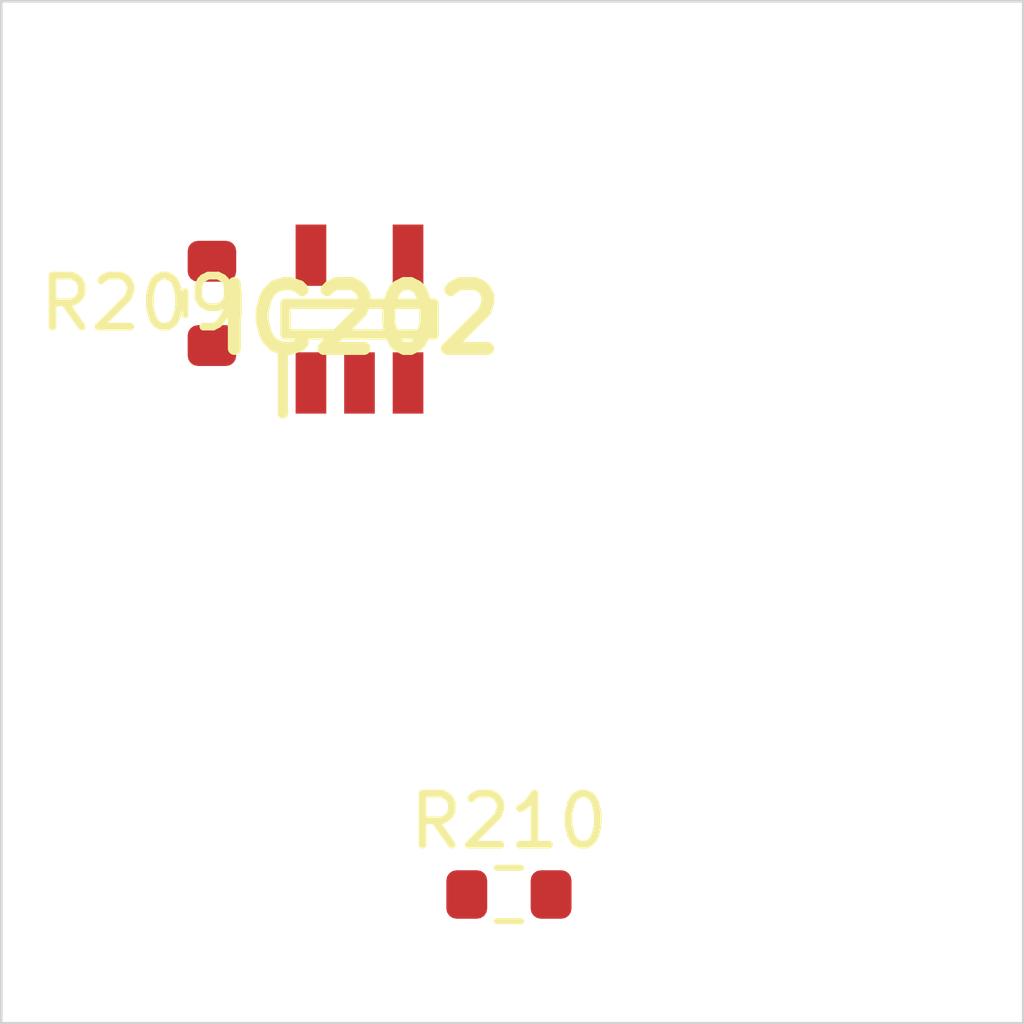
<source format=kicad_pcb>
 ( kicad_pcb  ( version 20171130 )
 ( host pcbnew 5.1.12-84ad8e8a86~92~ubuntu18.04.1 )
 ( general  ( thickness 1.6 )
 ( drawings 4 )
 ( tracks 0 )
 ( zones 0 )
 ( modules 3 )
 ( nets 5 )
)
 ( page A4 )
 ( layers  ( 0 F.Cu signal )
 ( 31 B.Cu signal )
 ( 32 B.Adhes user )
 ( 33 F.Adhes user )
 ( 34 B.Paste user )
 ( 35 F.Paste user )
 ( 36 B.SilkS user )
 ( 37 F.SilkS user )
 ( 38 B.Mask user )
 ( 39 F.Mask user )
 ( 40 Dwgs.User user )
 ( 41 Cmts.User user )
 ( 42 Eco1.User user )
 ( 43 Eco2.User user )
 ( 44 Edge.Cuts user )
 ( 45 Margin user )
 ( 46 B.CrtYd user )
 ( 47 F.CrtYd user )
 ( 48 B.Fab user )
 ( 49 F.Fab user )
)
 ( setup  ( last_trace_width 0.25 )
 ( trace_clearance 0.2 )
 ( zone_clearance 0.508 )
 ( zone_45_only no )
 ( trace_min 0.2 )
 ( via_size 0.8 )
 ( via_drill 0.4 )
 ( via_min_size 0.4 )
 ( via_min_drill 0.3 )
 ( uvia_size 0.3 )
 ( uvia_drill 0.1 )
 ( uvias_allowed no )
 ( uvia_min_size 0.2 )
 ( uvia_min_drill 0.1 )
 ( edge_width 0.05 )
 ( segment_width 0.2 )
 ( pcb_text_width 0.3 )
 ( pcb_text_size 1.5 1.5 )
 ( mod_edge_width 0.12 )
 ( mod_text_size 1 1 )
 ( mod_text_width 0.15 )
 ( pad_size 1.524 1.524 )
 ( pad_drill 0.762 )
 ( pad_to_mask_clearance 0 )
 ( aux_axis_origin 0 0 )
 ( visible_elements FFFFFF7F )
 ( pcbplotparams  ( layerselection 0x010fc_ffffffff )
 ( usegerberextensions false )
 ( usegerberattributes true )
 ( usegerberadvancedattributes true )
 ( creategerberjobfile true )
 ( excludeedgelayer true )
 ( linewidth 0.100000 )
 ( plotframeref false )
 ( viasonmask false )
 ( mode 1 )
 ( useauxorigin false )
 ( hpglpennumber 1 )
 ( hpglpenspeed 20 )
 ( hpglpendiameter 15.000000 )
 ( psnegative false )
 ( psa4output false )
 ( plotreference true )
 ( plotvalue true )
 ( plotinvisibletext false )
 ( padsonsilk false )
 ( subtractmaskfromsilk false )
 ( outputformat 1 )
 ( mirror false )
 ( drillshape 1 )
 ( scaleselection 1 )
 ( outputdirectory "" )
)
)
 ( net 0 "" )
 ( net 1 GND )
 ( net 2 VDDA )
 ( net 3 /Sheet6235D886/vp )
 ( net 4 "Net-(IC202-Pad3)" )
 ( net_class Default "This is the default net class."  ( clearance 0.2 )
 ( trace_width 0.25 )
 ( via_dia 0.8 )
 ( via_drill 0.4 )
 ( uvia_dia 0.3 )
 ( uvia_drill 0.1 )
 ( add_net /Sheet6235D886/vp )
 ( add_net GND )
 ( add_net "Net-(IC202-Pad3)" )
 ( add_net VDDA )
)
 ( module SOT95P280X145-5N locked  ( layer F.Cu )
 ( tedit 62336ED7 )
 ( tstamp 623423ED )
 ( at 87.010600 106.220000 90.000000 )
 ( descr DBV0005A )
 ( tags "Integrated Circuit" )
 ( path /6235D887/6266C08E )
 ( attr smd )
 ( fp_text reference IC202  ( at 0 0 )
 ( layer F.SilkS )
 ( effects  ( font  ( size 1.27 1.27 )
 ( thickness 0.254 )
)
)
)
 ( fp_text value TL071HIDBVR  ( at 0 0 )
 ( layer F.SilkS )
hide  ( effects  ( font  ( size 1.27 1.27 )
 ( thickness 0.254 )
)
)
)
 ( fp_line  ( start -1.85 -1.5 )
 ( end -0.65 -1.5 )
 ( layer F.SilkS )
 ( width 0.2 )
)
 ( fp_line  ( start -0.3 1.45 )
 ( end -0.3 -1.45 )
 ( layer F.SilkS )
 ( width 0.2 )
)
 ( fp_line  ( start 0.3 1.45 )
 ( end -0.3 1.45 )
 ( layer F.SilkS )
 ( width 0.2 )
)
 ( fp_line  ( start 0.3 -1.45 )
 ( end 0.3 1.45 )
 ( layer F.SilkS )
 ( width 0.2 )
)
 ( fp_line  ( start -0.3 -1.45 )
 ( end 0.3 -1.45 )
 ( layer F.SilkS )
 ( width 0.2 )
)
 ( fp_line  ( start -0.8 -0.5 )
 ( end 0.15 -1.45 )
 ( layer Dwgs.User )
 ( width 0.1 )
)
 ( fp_line  ( start -0.8 1.45 )
 ( end -0.8 -1.45 )
 ( layer Dwgs.User )
 ( width 0.1 )
)
 ( fp_line  ( start 0.8 1.45 )
 ( end -0.8 1.45 )
 ( layer Dwgs.User )
 ( width 0.1 )
)
 ( fp_line  ( start 0.8 -1.45 )
 ( end 0.8 1.45 )
 ( layer Dwgs.User )
 ( width 0.1 )
)
 ( fp_line  ( start -0.8 -1.45 )
 ( end 0.8 -1.45 )
 ( layer Dwgs.User )
 ( width 0.1 )
)
 ( fp_line  ( start -2.1 1.775 )
 ( end -2.1 -1.775 )
 ( layer Dwgs.User )
 ( width 0.05 )
)
 ( fp_line  ( start 2.1 1.775 )
 ( end -2.1 1.775 )
 ( layer Dwgs.User )
 ( width 0.05 )
)
 ( fp_line  ( start 2.1 -1.775 )
 ( end 2.1 1.775 )
 ( layer Dwgs.User )
 ( width 0.05 )
)
 ( fp_line  ( start -2.1 -1.775 )
 ( end 2.1 -1.775 )
 ( layer Dwgs.User )
 ( width 0.05 )
)
 ( pad 1 smd rect  ( at -1.25 -0.95 180.000000 )
 ( size 0.6 1.2 )
 ( layers F.Cu F.Mask F.Paste )
 ( net 3 /Sheet6235D886/vp )
)
 ( pad 2 smd rect  ( at -1.25 0 180.000000 )
 ( size 0.6 1.2 )
 ( layers F.Cu F.Mask F.Paste )
 ( net 1 GND )
)
 ( pad 3 smd rect  ( at -1.25 0.95 180.000000 )
 ( size 0.6 1.2 )
 ( layers F.Cu F.Mask F.Paste )
 ( net 4 "Net-(IC202-Pad3)" )
)
 ( pad 4 smd rect  ( at 1.25 0.95 180.000000 )
 ( size 0.6 1.2 )
 ( layers F.Cu F.Mask F.Paste )
 ( net 3 /Sheet6235D886/vp )
)
 ( pad 5 smd rect  ( at 1.25 -0.95 180.000000 )
 ( size 0.6 1.2 )
 ( layers F.Cu F.Mask F.Paste )
 ( net 2 VDDA )
)
)
 ( module Resistor_SMD:R_0603_1608Metric  ( layer F.Cu )
 ( tedit 5F68FEEE )
 ( tstamp 62342595 )
 ( at 84.123000 105.913000 90.000000 )
 ( descr "Resistor SMD 0603 (1608 Metric), square (rectangular) end terminal, IPC_7351 nominal, (Body size source: IPC-SM-782 page 72, https://www.pcb-3d.com/wordpress/wp-content/uploads/ipc-sm-782a_amendment_1_and_2.pdf), generated with kicad-footprint-generator" )
 ( tags resistor )
 ( path /6235D887/623CDBD9 )
 ( attr smd )
 ( fp_text reference R209  ( at 0 -1.43 )
 ( layer F.SilkS )
 ( effects  ( font  ( size 1 1 )
 ( thickness 0.15 )
)
)
)
 ( fp_text value 100k  ( at 0 1.43 )
 ( layer F.Fab )
 ( effects  ( font  ( size 1 1 )
 ( thickness 0.15 )
)
)
)
 ( fp_line  ( start -0.8 0.4125 )
 ( end -0.8 -0.4125 )
 ( layer F.Fab )
 ( width 0.1 )
)
 ( fp_line  ( start -0.8 -0.4125 )
 ( end 0.8 -0.4125 )
 ( layer F.Fab )
 ( width 0.1 )
)
 ( fp_line  ( start 0.8 -0.4125 )
 ( end 0.8 0.4125 )
 ( layer F.Fab )
 ( width 0.1 )
)
 ( fp_line  ( start 0.8 0.4125 )
 ( end -0.8 0.4125 )
 ( layer F.Fab )
 ( width 0.1 )
)
 ( fp_line  ( start -0.237258 -0.5225 )
 ( end 0.237258 -0.5225 )
 ( layer F.SilkS )
 ( width 0.12 )
)
 ( fp_line  ( start -0.237258 0.5225 )
 ( end 0.237258 0.5225 )
 ( layer F.SilkS )
 ( width 0.12 )
)
 ( fp_line  ( start -1.48 0.73 )
 ( end -1.48 -0.73 )
 ( layer F.CrtYd )
 ( width 0.05 )
)
 ( fp_line  ( start -1.48 -0.73 )
 ( end 1.48 -0.73 )
 ( layer F.CrtYd )
 ( width 0.05 )
)
 ( fp_line  ( start 1.48 -0.73 )
 ( end 1.48 0.73 )
 ( layer F.CrtYd )
 ( width 0.05 )
)
 ( fp_line  ( start 1.48 0.73 )
 ( end -1.48 0.73 )
 ( layer F.CrtYd )
 ( width 0.05 )
)
 ( fp_text user %R  ( at 0 0 )
 ( layer F.Fab )
 ( effects  ( font  ( size 0.4 0.4 )
 ( thickness 0.06 )
)
)
)
 ( pad 1 smd roundrect  ( at -0.825 0 90.000000 )
 ( size 0.8 0.95 )
 ( layers F.Cu F.Mask F.Paste )
 ( roundrect_rratio 0.25 )
 ( net 2 VDDA )
)
 ( pad 2 smd roundrect  ( at 0.825 0 90.000000 )
 ( size 0.8 0.95 )
 ( layers F.Cu F.Mask F.Paste )
 ( roundrect_rratio 0.25 )
 ( net 4 "Net-(IC202-Pad3)" )
)
 ( model ${KISYS3DMOD}/Resistor_SMD.3dshapes/R_0603_1608Metric.wrl  ( at  ( xyz 0 0 0 )
)
 ( scale  ( xyz 1 1 1 )
)
 ( rotate  ( xyz 0 0 0 )
)
)
)
 ( module Resistor_SMD:R_0603_1608Metric  ( layer F.Cu )
 ( tedit 5F68FEEE )
 ( tstamp 623425A6 )
 ( at 89.935300 117.481000 )
 ( descr "Resistor SMD 0603 (1608 Metric), square (rectangular) end terminal, IPC_7351 nominal, (Body size source: IPC-SM-782 page 72, https://www.pcb-3d.com/wordpress/wp-content/uploads/ipc-sm-782a_amendment_1_and_2.pdf), generated with kicad-footprint-generator" )
 ( tags resistor )
 ( path /6235D887/623CDBDF )
 ( attr smd )
 ( fp_text reference R210  ( at 0 -1.43 )
 ( layer F.SilkS )
 ( effects  ( font  ( size 1 1 )
 ( thickness 0.15 )
)
)
)
 ( fp_text value 100k  ( at 0 1.43 )
 ( layer F.Fab )
 ( effects  ( font  ( size 1 1 )
 ( thickness 0.15 )
)
)
)
 ( fp_line  ( start 1.48 0.73 )
 ( end -1.48 0.73 )
 ( layer F.CrtYd )
 ( width 0.05 )
)
 ( fp_line  ( start 1.48 -0.73 )
 ( end 1.48 0.73 )
 ( layer F.CrtYd )
 ( width 0.05 )
)
 ( fp_line  ( start -1.48 -0.73 )
 ( end 1.48 -0.73 )
 ( layer F.CrtYd )
 ( width 0.05 )
)
 ( fp_line  ( start -1.48 0.73 )
 ( end -1.48 -0.73 )
 ( layer F.CrtYd )
 ( width 0.05 )
)
 ( fp_line  ( start -0.237258 0.5225 )
 ( end 0.237258 0.5225 )
 ( layer F.SilkS )
 ( width 0.12 )
)
 ( fp_line  ( start -0.237258 -0.5225 )
 ( end 0.237258 -0.5225 )
 ( layer F.SilkS )
 ( width 0.12 )
)
 ( fp_line  ( start 0.8 0.4125 )
 ( end -0.8 0.4125 )
 ( layer F.Fab )
 ( width 0.1 )
)
 ( fp_line  ( start 0.8 -0.4125 )
 ( end 0.8 0.4125 )
 ( layer F.Fab )
 ( width 0.1 )
)
 ( fp_line  ( start -0.8 -0.4125 )
 ( end 0.8 -0.4125 )
 ( layer F.Fab )
 ( width 0.1 )
)
 ( fp_line  ( start -0.8 0.4125 )
 ( end -0.8 -0.4125 )
 ( layer F.Fab )
 ( width 0.1 )
)
 ( fp_text user %R  ( at 0 0 )
 ( layer F.Fab )
 ( effects  ( font  ( size 0.4 0.4 )
 ( thickness 0.06 )
)
)
)
 ( pad 2 smd roundrect  ( at 0.825 0 )
 ( size 0.8 0.95 )
 ( layers F.Cu F.Mask F.Paste )
 ( roundrect_rratio 0.25 )
 ( net 1 GND )
)
 ( pad 1 smd roundrect  ( at -0.825 0 )
 ( size 0.8 0.95 )
 ( layers F.Cu F.Mask F.Paste )
 ( roundrect_rratio 0.25 )
 ( net 4 "Net-(IC202-Pad3)" )
)
 ( model ${KISYS3DMOD}/Resistor_SMD.3dshapes/R_0603_1608Metric.wrl  ( at  ( xyz 0 0 0 )
)
 ( scale  ( xyz 1 1 1 )
)
 ( rotate  ( xyz 0 0 0 )
)
)
)
 ( gr_line  ( start 100 100 )
 ( end 100 120 )
 ( layer Edge.Cuts )
 ( width 0.05 )
 ( tstamp 62E770C4 )
)
 ( gr_line  ( start 80 120 )
 ( end 100 120 )
 ( layer Edge.Cuts )
 ( width 0.05 )
 ( tstamp 62E770C0 )
)
 ( gr_line  ( start 80 100 )
 ( end 100 100 )
 ( layer Edge.Cuts )
 ( width 0.05 )
 ( tstamp 6234110C )
)
 ( gr_line  ( start 80 100 )
 ( end 80 120 )
 ( layer Edge.Cuts )
 ( width 0.05 )
)
)

</source>
